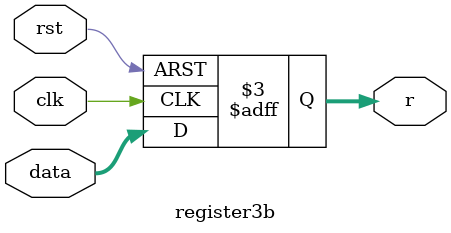
<source format=v>
`timescale 1ns / 1ps

module register3b (r, rst, data, clk);
	output reg [2:0] r;
	input rst,clk;
	input [2:0] data;
    
    always @(posedge clk or negedge rst)
    begin
      if (rst==0)
	       begin
 	        r[2:0]= 3'b0;
         end
      else
        begin
          r[2:0]=data[2:0];
        end
    end
  
endmodule
</source>
